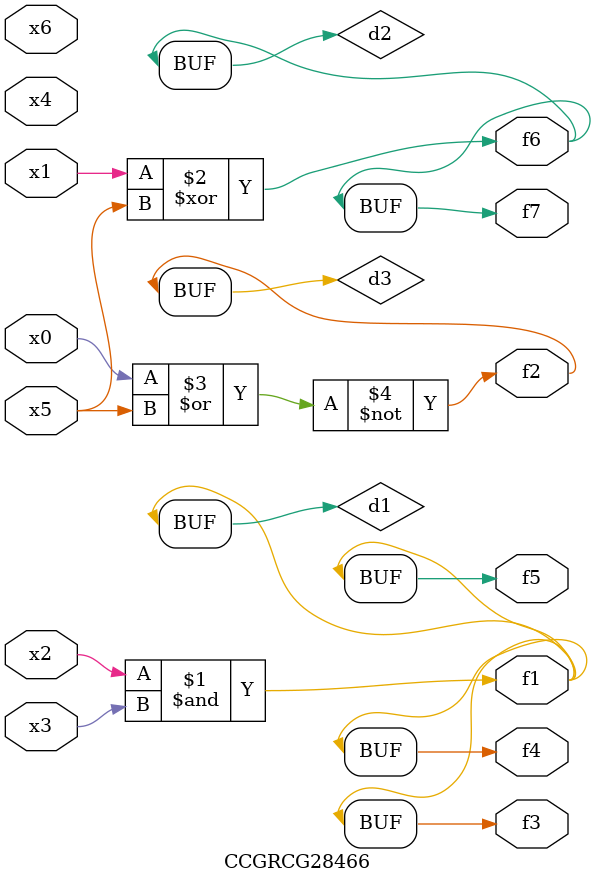
<source format=v>
module CCGRCG28466(
	input x0, x1, x2, x3, x4, x5, x6,
	output f1, f2, f3, f4, f5, f6, f7
);

	wire d1, d2, d3;

	and (d1, x2, x3);
	xor (d2, x1, x5);
	nor (d3, x0, x5);
	assign f1 = d1;
	assign f2 = d3;
	assign f3 = d1;
	assign f4 = d1;
	assign f5 = d1;
	assign f6 = d2;
	assign f7 = d2;
endmodule

</source>
